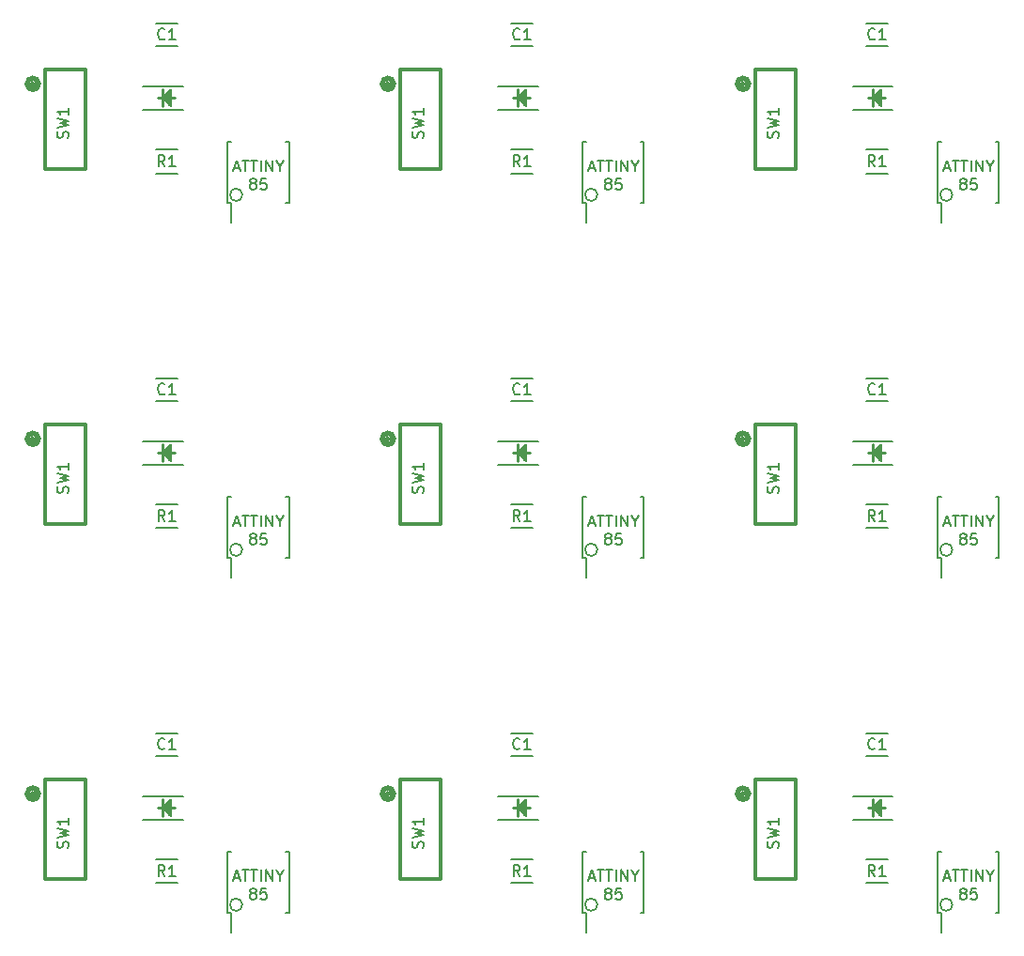
<source format=gto>
%MOIN*%
%OFA0B0*%
%FSLAX46Y46*%
%IPPOS*%
%LPD*%
%ADD10C,0.0039370078740157488*%
%ADD11C,0.011811023622047244*%
%ADD12C,0.01*%
%ADD13C,0.005905511811023622*%
%ADD14C,0.012000000000000002*%
%ADD15C,0.00984251968503937*%
%ADD16C,0.0078740157480314977*%
%ADD27C,0.0039370078740157488*%
%ADD28C,0.011811023622047244*%
%ADD29C,0.01*%
%ADD30C,0.005905511811023622*%
%ADD31C,0.012000000000000002*%
%ADD32C,0.00984251968503937*%
%ADD33C,0.0078740157480314977*%
%ADD34C,0.0039370078740157488*%
%ADD35C,0.011811023622047244*%
%ADD36C,0.01*%
%ADD37C,0.005905511811023622*%
%ADD38C,0.012000000000000002*%
%ADD39C,0.00984251968503937*%
%ADD40C,0.0078740157480314977*%
%ADD41C,0.0039370078740157488*%
%ADD42C,0.011811023622047244*%
%ADD43C,0.01*%
%ADD44C,0.005905511811023622*%
%ADD45C,0.012000000000000002*%
%ADD46C,0.00984251968503937*%
%ADD47C,0.0078740157480314977*%
%ADD48C,0.0039370078740157488*%
%ADD49C,0.011811023622047244*%
%ADD50C,0.01*%
%ADD51C,0.005905511811023622*%
%ADD52C,0.012000000000000002*%
%ADD53C,0.00984251968503937*%
%ADD54C,0.0078740157480314977*%
%ADD55C,0.0039370078740157488*%
%ADD56C,0.011811023622047244*%
%ADD57C,0.01*%
%ADD58C,0.005905511811023622*%
%ADD59C,0.012000000000000002*%
%ADD60C,0.00984251968503937*%
%ADD61C,0.0078740157480314977*%
%ADD62C,0.0039370078740157488*%
%ADD63C,0.011811023622047244*%
%ADD64C,0.01*%
%ADD65C,0.005905511811023622*%
%ADD66C,0.012000000000000002*%
%ADD67C,0.00984251968503937*%
%ADD68C,0.0078740157480314977*%
%ADD69C,0.0039370078740157488*%
%ADD70C,0.011811023622047244*%
%ADD71C,0.01*%
%ADD72C,0.005905511811023622*%
%ADD73C,0.012000000000000002*%
%ADD74C,0.00984251968503937*%
%ADD75C,0.0078740157480314977*%
%ADD76C,0.0039370078740157488*%
%ADD77C,0.011811023622047244*%
%ADD78C,0.01*%
%ADD79C,0.005905511811023622*%
%ADD80C,0.012000000000000002*%
%ADD81C,0.00984251968503937*%
%ADD82C,0.0078740157480314977*%
G01G01*
D10*
D11*
X0000181771Y0000579330D02*
G75*
G03G03X0000181771Y0000579330I-0000005000D01X0000181771Y0000579330I-0000005000D01*
G01G01*
D12*
X0000192582Y0000579330D02*
G75*
G03G03X0000192582Y0000579330I-0000015811D01X0000192582Y0000579330I-0000015811D01*
G01G01*
D13*
X0000890532Y0000280249D02*
X0000909279Y0000280249D01*
X0000886782Y0000269000D02*
X0000899905Y0000308370D01*
X0000913029Y0000269000D01*
X0000920528Y0000308370D02*
X0000943025Y0000308370D01*
X0000931776Y0000269000D02*
X0000931776Y0000308370D01*
X0000950524Y0000308370D02*
X0000973021Y0000308370D01*
X0000961773Y0000269000D02*
X0000961773Y0000308370D01*
X0000986145Y0000269000D02*
X0000986145Y0000308370D01*
X0001004892Y0000269000D02*
X0001004892Y0000308370D01*
X0001027390Y0000269000D01*
X0001027390Y0000308370D01*
X0001053636Y0000287748D02*
X0001053636Y0000269000D01*
X0001040513Y0000308370D02*
X0001053636Y0000287748D01*
X0001066760Y0000308370D01*
X0000954274Y0000226537D02*
X0000950524Y0000228412D01*
X0000948649Y0000230286D01*
X0000946775Y0000234036D01*
X0000946775Y0000235911D01*
X0000948649Y0000239660D01*
X0000950524Y0000241535D01*
X0000954274Y0000243410D01*
X0000961773Y0000243410D01*
X0000965522Y0000241535D01*
X0000967397Y0000239660D01*
X0000969272Y0000235911D01*
X0000969272Y0000234036D01*
X0000967397Y0000230286D01*
X0000965522Y0000228412D01*
X0000961773Y0000226537D01*
X0000954274Y0000226537D01*
X0000950524Y0000224662D01*
X0000948649Y0000222787D01*
X0000946775Y0000219038D01*
X0000946775Y0000211539D01*
X0000948649Y0000207789D01*
X0000950524Y0000205914D01*
X0000954274Y0000204040D01*
X0000961773Y0000204040D01*
X0000965522Y0000205914D01*
X0000967397Y0000207789D01*
X0000969272Y0000211539D01*
X0000969272Y0000219038D01*
X0000967397Y0000222787D01*
X0000965522Y0000224662D01*
X0000961773Y0000226537D01*
X0001004892Y0000243410D02*
X0000986145Y0000243410D01*
X0000984270Y0000224662D01*
X0000986145Y0000226537D01*
X0000989894Y0000228412D01*
X0000999268Y0000228412D01*
X0001003018Y0000226537D01*
X0001004892Y0000224662D01*
X0001006767Y0000220912D01*
X0001006767Y0000211539D01*
X0001004892Y0000207789D01*
X0001003018Y0000205914D01*
X0000999268Y0000204040D01*
X0000989894Y0000204040D01*
X0000986145Y0000205914D01*
X0000984270Y0000207789D01*
D12*
X0000201771Y0000579330D02*
G75*
G03G03X0000201771Y0000579330I-0000025000D01X0000201771Y0000579330I-0000025000D01*
G01G01*
D14*
X0000220668Y0000631496D02*
X0000220668Y0000277165D01*
X0000362401Y0000277165D02*
X0000220668Y0000277165D01*
X0000362401Y0000631496D02*
X0000220668Y0000631496D01*
X0000362401Y0000631496D02*
X0000362401Y0000277165D01*
D15*
X0000621771Y0000529330D02*
X0000681771Y0000529330D01*
X0000636771Y0000559330D02*
X0000636771Y0000499330D01*
D13*
X0000626771Y0000529330D02*
X0000631771Y0000529330D01*
X0000661771Y0000504330D02*
X0000666771Y0000499330D01*
X0000661771Y0000554330D02*
X0000666771Y0000559330D01*
X0000666771Y0000559330D02*
X0000666771Y0000499330D01*
X0000656771Y0000549330D02*
X0000661771Y0000554330D01*
X0000656771Y0000509330D02*
X0000661771Y0000504330D01*
X0000661771Y0000509330D02*
X0000661771Y0000504330D01*
X0000661771Y0000554330D02*
X0000661771Y0000509330D01*
X0000567125Y0000487992D02*
X0000708857Y0000487992D01*
X0000567125Y0000570669D02*
X0000708857Y0000570669D01*
X0000652834Y0000541141D02*
X0000652834Y0000517519D01*
X0000652834Y0000517519D02*
X0000641023Y0000529330D01*
X0000641023Y0000529330D02*
X0000648897Y0000537204D01*
X0000648897Y0000537204D02*
X0000648897Y0000527362D01*
X0000648897Y0000527362D02*
X0000646928Y0000529330D01*
X0000656771Y0000529330D02*
X0000676456Y0000529330D01*
X0000637086Y0000529330D02*
X0000656771Y0000549015D01*
X0000656771Y0000549015D02*
X0000656771Y0000509645D01*
X0000656771Y0000509645D02*
X0000637086Y0000529330D01*
X0000691141Y0000794685D02*
X0000612401Y0000794685D01*
X0000612401Y0000713976D02*
X0000691141Y0000713976D01*
X0000691141Y0000262007D02*
X0000612401Y0000262007D01*
X0000612401Y0000346653D02*
X0000691141Y0000346653D01*
D16*
X0000920039Y0000185590D02*
G75*
G03G03X0000920039Y0000185590I-0000022008D01X0000920039Y0000185590I-0000022008D01*
G01G01*
D13*
X0000868306Y0000156062D02*
X0000880117Y0000156062D01*
X0000868306Y0000372598D02*
X0000880117Y0000372598D01*
X0001085235Y0000372598D02*
X0001073424Y0000372598D01*
X0001085235Y0000156062D02*
X0001073424Y0000156062D01*
X0000868306Y0000156062D02*
X0000868306Y0000372598D01*
X0001085235Y0000156062D02*
X0001085235Y0000372598D01*
X0000880117Y0000156062D02*
X0000880117Y0000087165D01*
X0000300777Y0000387467D02*
X0000302652Y0000393091D01*
X0000302652Y0000402465D01*
X0000300777Y0000406214D01*
X0000298902Y0000408089D01*
X0000295153Y0000409964D01*
X0000291403Y0000409964D01*
X0000287654Y0000408089D01*
X0000285779Y0000406214D01*
X0000283904Y0000402465D01*
X0000282030Y0000394966D01*
X0000280155Y0000391216D01*
X0000278280Y0000389341D01*
X0000274530Y0000387467D01*
X0000270781Y0000387467D01*
X0000267031Y0000389341D01*
X0000265157Y0000391216D01*
X0000263282Y0000394966D01*
X0000263282Y0000404340D01*
X0000265157Y0000409964D01*
X0000263282Y0000423087D02*
X0000302652Y0000432461D01*
X0000274530Y0000439960D01*
X0000302652Y0000447459D01*
X0000263282Y0000456833D01*
X0000302652Y0000492454D02*
X0000302652Y0000469956D01*
X0000302652Y0000481205D02*
X0000263282Y0000481205D01*
X0000268906Y0000477455D01*
X0000272656Y0000473706D01*
X0000274530Y0000469956D01*
X0000645209Y0000740269D02*
X0000643334Y0000738395D01*
X0000637710Y0000736520D01*
X0000633961Y0000736520D01*
X0000628336Y0000738395D01*
X0000624587Y0000742144D01*
X0000622712Y0000745894D01*
X0000620837Y0000753393D01*
X0000620837Y0000759017D01*
X0000622712Y0000766516D01*
X0000624587Y0000770266D01*
X0000628336Y0000774015D01*
X0000633961Y0000775890D01*
X0000637710Y0000775890D01*
X0000643334Y0000774015D01*
X0000645209Y0000772140D01*
X0000682705Y0000736520D02*
X0000660207Y0000736520D01*
X0000671456Y0000736520D02*
X0000671456Y0000775890D01*
X0000667706Y0000770266D01*
X0000663957Y0000766516D01*
X0000660207Y0000764641D01*
X0000645209Y0000286520D02*
X0000632086Y0000305268D01*
X0000622712Y0000286520D02*
X0000622712Y0000325890D01*
X0000637710Y0000325890D01*
X0000641460Y0000324015D01*
X0000643334Y0000322140D01*
X0000645209Y0000318391D01*
X0000645209Y0000312767D01*
X0000643334Y0000309017D01*
X0000641460Y0000307142D01*
X0000637710Y0000305268D01*
X0000622712Y0000305268D01*
X0000682705Y0000286520D02*
X0000660207Y0000286520D01*
X0000671456Y0000286520D02*
X0000671456Y0000325890D01*
X0000667706Y0000320266D01*
X0000663957Y0000316516D01*
X0000660207Y0000314641D01*
G04 next file*
G04 #@! TF.FileFunction,Legend,Top*
G04 Gerber Fmt 4.6, Leading zero omitted, Abs format (unit mm)*
G04 Created by KiCad (PCBNEW 4.0.7) date 06/29/18 14:44:45*
G01G01*
G04 APERTURE LIST*
G04 APERTURE END LIST*
D27*
D28*
X0001441613Y0000579330D02*
G75*
G03G03X0001441613Y0000579330I-0000005000D01X0001441613Y0000579330I-0000005000D01*
G01G01*
D29*
X0001452425Y0000579330D02*
G75*
G03G03X0001452425Y0000579330I-0000015811D01X0001452425Y0000579330I-0000015811D01*
G01G01*
D30*
X0002150374Y0000280249D02*
X0002169122Y0000280249D01*
X0002146625Y0000269000D02*
X0002159748Y0000308370D01*
X0002172871Y0000269000D01*
X0002180370Y0000308370D02*
X0002202868Y0000308370D01*
X0002191619Y0000269000D02*
X0002191619Y0000308370D01*
X0002210367Y0000308370D02*
X0002232864Y0000308370D01*
X0002221615Y0000269000D02*
X0002221615Y0000308370D01*
X0002245987Y0000269000D02*
X0002245987Y0000308370D01*
X0002264735Y0000269000D02*
X0002264735Y0000308370D01*
X0002287232Y0000269000D01*
X0002287232Y0000308370D01*
X0002313479Y0000287748D02*
X0002313479Y0000269000D01*
X0002300355Y0000308370D02*
X0002313479Y0000287748D01*
X0002326602Y0000308370D01*
X0002214116Y0000226537D02*
X0002210367Y0000228412D01*
X0002208492Y0000230286D01*
X0002206617Y0000234036D01*
X0002206617Y0000235911D01*
X0002208492Y0000239660D01*
X0002210367Y0000241535D01*
X0002214116Y0000243410D01*
X0002221615Y0000243410D01*
X0002225365Y0000241535D01*
X0002227240Y0000239660D01*
X0002229114Y0000235911D01*
X0002229114Y0000234036D01*
X0002227240Y0000230286D01*
X0002225365Y0000228412D01*
X0002221615Y0000226537D01*
X0002214116Y0000226537D01*
X0002210367Y0000224662D01*
X0002208492Y0000222787D01*
X0002206617Y0000219038D01*
X0002206617Y0000211539D01*
X0002208492Y0000207789D01*
X0002210367Y0000205914D01*
X0002214116Y0000204040D01*
X0002221615Y0000204040D01*
X0002225365Y0000205914D01*
X0002227240Y0000207789D01*
X0002229114Y0000211539D01*
X0002229114Y0000219038D01*
X0002227240Y0000222787D01*
X0002225365Y0000224662D01*
X0002221615Y0000226537D01*
X0002264735Y0000243410D02*
X0002245987Y0000243410D01*
X0002244112Y0000224662D01*
X0002245987Y0000226537D01*
X0002249737Y0000228412D01*
X0002259111Y0000228412D01*
X0002262860Y0000226537D01*
X0002264735Y0000224662D01*
X0002266610Y0000220912D01*
X0002266610Y0000211539D01*
X0002264735Y0000207789D01*
X0002262860Y0000205914D01*
X0002259111Y0000204040D01*
X0002249737Y0000204040D01*
X0002245987Y0000205914D01*
X0002244112Y0000207789D01*
D29*
X0001461613Y0000579330D02*
G75*
G03G03X0001461613Y0000579330I-0000025000D01X0001461613Y0000579330I-0000025000D01*
G01G01*
D31*
X0001480511Y0000631496D02*
X0001480511Y0000277165D01*
X0001622243Y0000277165D02*
X0001480511Y0000277165D01*
X0001622243Y0000631496D02*
X0001480511Y0000631496D01*
X0001622243Y0000631496D02*
X0001622243Y0000277165D01*
D32*
X0001881613Y0000529330D02*
X0001941613Y0000529330D01*
X0001896613Y0000559330D02*
X0001896613Y0000499330D01*
D30*
X0001886613Y0000529330D02*
X0001891613Y0000529330D01*
X0001921613Y0000504330D02*
X0001926613Y0000499330D01*
X0001921613Y0000554330D02*
X0001926613Y0000559330D01*
X0001926613Y0000559330D02*
X0001926613Y0000499330D01*
X0001916613Y0000549330D02*
X0001921613Y0000554330D01*
X0001916613Y0000509330D02*
X0001921613Y0000504330D01*
X0001921613Y0000509330D02*
X0001921613Y0000504330D01*
X0001921613Y0000554330D02*
X0001921613Y0000509330D01*
X0001826968Y0000487992D02*
X0001968700Y0000487992D01*
X0001826968Y0000570669D02*
X0001968700Y0000570669D01*
X0001912676Y0000541141D02*
X0001912676Y0000517519D01*
X0001912676Y0000517519D02*
X0001900865Y0000529330D01*
X0001900865Y0000529330D02*
X0001908739Y0000537204D01*
X0001908739Y0000537204D02*
X0001908739Y0000527362D01*
X0001908739Y0000527362D02*
X0001906771Y0000529330D01*
X0001916613Y0000529330D02*
X0001936298Y0000529330D01*
X0001896928Y0000529330D02*
X0001916613Y0000549015D01*
X0001916613Y0000549015D02*
X0001916613Y0000509645D01*
X0001916613Y0000509645D02*
X0001896928Y0000529330D01*
X0001950983Y0000794685D02*
X0001872243Y0000794685D01*
X0001872243Y0000713976D02*
X0001950983Y0000713976D01*
X0001950983Y0000262007D02*
X0001872243Y0000262007D01*
X0001872243Y0000346653D02*
X0001950983Y0000346653D01*
D33*
X0002179882Y0000185590D02*
G75*
G03G03X0002179882Y0000185590I-0000022008D01X0002179882Y0000185590I-0000022008D01*
G01G01*
D30*
X0002128149Y0000156062D02*
X0002139960Y0000156062D01*
X0002128149Y0000372598D02*
X0002139960Y0000372598D01*
X0002345078Y0000372598D02*
X0002333267Y0000372598D01*
X0002345078Y0000156062D02*
X0002333267Y0000156062D01*
X0002128149Y0000156062D02*
X0002128149Y0000372598D01*
X0002345078Y0000156062D02*
X0002345078Y0000372598D01*
X0002139960Y0000156062D02*
X0002139960Y0000087165D01*
X0001560620Y0000387467D02*
X0001562495Y0000393091D01*
X0001562495Y0000402465D01*
X0001560620Y0000406214D01*
X0001558745Y0000408089D01*
X0001554995Y0000409964D01*
X0001551246Y0000409964D01*
X0001547496Y0000408089D01*
X0001545622Y0000406214D01*
X0001543747Y0000402465D01*
X0001541872Y0000394966D01*
X0001539997Y0000391216D01*
X0001538123Y0000389341D01*
X0001534373Y0000387467D01*
X0001530623Y0000387467D01*
X0001526874Y0000389341D01*
X0001524999Y0000391216D01*
X0001523124Y0000394966D01*
X0001523124Y0000404340D01*
X0001524999Y0000409964D01*
X0001523124Y0000423087D02*
X0001562495Y0000432461D01*
X0001534373Y0000439960D01*
X0001562495Y0000447459D01*
X0001523124Y0000456833D01*
X0001562495Y0000492454D02*
X0001562495Y0000469956D01*
X0001562495Y0000481205D02*
X0001523124Y0000481205D01*
X0001528749Y0000477455D01*
X0001532498Y0000473706D01*
X0001534373Y0000469956D01*
X0001905052Y0000740269D02*
X0001903177Y0000738395D01*
X0001897553Y0000736520D01*
X0001893803Y0000736520D01*
X0001888179Y0000738395D01*
X0001884429Y0000742144D01*
X0001882555Y0000745894D01*
X0001880680Y0000753393D01*
X0001880680Y0000759017D01*
X0001882555Y0000766516D01*
X0001884429Y0000770266D01*
X0001888179Y0000774015D01*
X0001893803Y0000775890D01*
X0001897553Y0000775890D01*
X0001903177Y0000774015D01*
X0001905052Y0000772140D01*
X0001942547Y0000736520D02*
X0001920050Y0000736520D01*
X0001931298Y0000736520D02*
X0001931298Y0000775890D01*
X0001927549Y0000770266D01*
X0001923799Y0000766516D01*
X0001920050Y0000764641D01*
X0001905052Y0000286520D02*
X0001891928Y0000305268D01*
X0001882555Y0000286520D02*
X0001882555Y0000325890D01*
X0001897553Y0000325890D01*
X0001901302Y0000324015D01*
X0001903177Y0000322140D01*
X0001905052Y0000318391D01*
X0001905052Y0000312767D01*
X0001903177Y0000309017D01*
X0001901302Y0000307142D01*
X0001897553Y0000305268D01*
X0001882555Y0000305268D01*
X0001942547Y0000286520D02*
X0001920050Y0000286520D01*
X0001931298Y0000286520D02*
X0001931298Y0000325890D01*
X0001927549Y0000320266D01*
X0001923799Y0000316516D01*
X0001920050Y0000314641D01*
G04 next file*
G04 #@! TF.FileFunction,Legend,Top*
G04 Gerber Fmt 4.6, Leading zero omitted, Abs format (unit mm)*
G04 Created by KiCad (PCBNEW 4.0.7) date 06/29/18 14:44:45*
G01G01*
G04 APERTURE LIST*
G04 APERTURE END LIST*
D34*
D35*
X0002701456Y0000579330D02*
G75*
G03G03X0002701456Y0000579330I-0000005000D01X0002701456Y0000579330I-0000005000D01*
G01G01*
D36*
X0002712268Y0000579330D02*
G75*
G03G03X0002712268Y0000579330I-0000015811D01X0002712268Y0000579330I-0000015811D01*
G01G01*
D37*
X0003410217Y0000280249D02*
X0003428965Y0000280249D01*
X0003406467Y0000269000D02*
X0003419591Y0000308370D01*
X0003432714Y0000269000D01*
X0003440213Y0000308370D02*
X0003462710Y0000308370D01*
X0003451462Y0000269000D02*
X0003451462Y0000308370D01*
X0003470210Y0000308370D02*
X0003492707Y0000308370D01*
X0003481458Y0000269000D02*
X0003481458Y0000308370D01*
X0003505830Y0000269000D02*
X0003505830Y0000308370D01*
X0003524578Y0000269000D02*
X0003524578Y0000308370D01*
X0003547075Y0000269000D01*
X0003547075Y0000308370D01*
X0003573322Y0000287748D02*
X0003573322Y0000269000D01*
X0003560198Y0000308370D02*
X0003573322Y0000287748D01*
X0003586445Y0000308370D01*
X0003473959Y0000226537D02*
X0003470209Y0000228412D01*
X0003468335Y0000230286D01*
X0003466460Y0000234036D01*
X0003466460Y0000235911D01*
X0003468335Y0000239660D01*
X0003470209Y0000241535D01*
X0003473959Y0000243410D01*
X0003481458Y0000243410D01*
X0003485208Y0000241535D01*
X0003487082Y0000239660D01*
X0003488957Y0000235911D01*
X0003488957Y0000234036D01*
X0003487082Y0000230286D01*
X0003485208Y0000228412D01*
X0003481458Y0000226537D01*
X0003473959Y0000226537D01*
X0003470209Y0000224662D01*
X0003468335Y0000222787D01*
X0003466460Y0000219038D01*
X0003466460Y0000211539D01*
X0003468335Y0000207789D01*
X0003470209Y0000205914D01*
X0003473959Y0000204040D01*
X0003481458Y0000204040D01*
X0003485208Y0000205914D01*
X0003487082Y0000207789D01*
X0003488957Y0000211539D01*
X0003488957Y0000219038D01*
X0003487082Y0000222787D01*
X0003485208Y0000224662D01*
X0003481458Y0000226537D01*
X0003524578Y0000243410D02*
X0003505830Y0000243410D01*
X0003503955Y0000224662D01*
X0003505830Y0000226537D01*
X0003509580Y0000228412D01*
X0003518953Y0000228412D01*
X0003522703Y0000226537D01*
X0003524578Y0000224662D01*
X0003526452Y0000220912D01*
X0003526452Y0000211539D01*
X0003524578Y0000207789D01*
X0003522703Y0000205914D01*
X0003518953Y0000204040D01*
X0003509580Y0000204040D01*
X0003505830Y0000205914D01*
X0003503955Y0000207789D01*
D36*
X0002721456Y0000579330D02*
G75*
G03G03X0002721456Y0000579330I-0000025000D01X0002721456Y0000579330I-0000025000D01*
G01G01*
D38*
X0002740354Y0000631496D02*
X0002740354Y0000277165D01*
X0002882086Y0000277165D02*
X0002740354Y0000277165D01*
X0002882086Y0000631496D02*
X0002740354Y0000631496D01*
X0002882086Y0000631496D02*
X0002882086Y0000277165D01*
D39*
X0003141456Y0000529330D02*
X0003201456Y0000529330D01*
X0003156456Y0000559330D02*
X0003156456Y0000499330D01*
D37*
X0003146456Y0000529330D02*
X0003151456Y0000529330D01*
X0003181456Y0000504330D02*
X0003186456Y0000499330D01*
X0003181456Y0000554330D02*
X0003186456Y0000559330D01*
X0003186456Y0000559330D02*
X0003186456Y0000499330D01*
X0003176456Y0000549330D02*
X0003181456Y0000554330D01*
X0003176456Y0000509330D02*
X0003181456Y0000504330D01*
X0003181456Y0000509330D02*
X0003181456Y0000504330D01*
X0003181456Y0000554330D02*
X0003181456Y0000509330D01*
X0003086811Y0000487992D02*
X0003228543Y0000487992D01*
X0003086811Y0000570669D02*
X0003228543Y0000570669D01*
X0003172519Y0000541141D02*
X0003172519Y0000517519D01*
X0003172519Y0000517519D02*
X0003160708Y0000529330D01*
X0003160708Y0000529330D02*
X0003168582Y0000537204D01*
X0003168582Y0000537204D02*
X0003168582Y0000527362D01*
X0003168582Y0000527362D02*
X0003166614Y0000529330D01*
X0003176456Y0000529330D02*
X0003196141Y0000529330D01*
X0003156771Y0000529330D02*
X0003176456Y0000549015D01*
X0003176456Y0000549015D02*
X0003176456Y0000509645D01*
X0003176456Y0000509645D02*
X0003156771Y0000529330D01*
X0003210826Y0000794685D02*
X0003132086Y0000794685D01*
X0003132086Y0000713976D02*
X0003210826Y0000713976D01*
X0003210826Y0000262007D02*
X0003132086Y0000262007D01*
X0003132086Y0000346653D02*
X0003210826Y0000346653D01*
D40*
X0003439725Y0000185590D02*
G75*
G03G03X0003439725Y0000185590I-0000022008D01X0003439725Y0000185590I-0000022008D01*
G01G01*
D37*
X0003387992Y0000156062D02*
X0003399803Y0000156062D01*
X0003387992Y0000372598D02*
X0003399803Y0000372598D01*
X0003604921Y0000372598D02*
X0003593110Y0000372598D01*
X0003604921Y0000156062D02*
X0003593110Y0000156062D01*
X0003387992Y0000156062D02*
X0003387992Y0000372598D01*
X0003604921Y0000156062D02*
X0003604921Y0000372598D01*
X0003399803Y0000156062D02*
X0003399803Y0000087165D01*
X0002820463Y0000387467D02*
X0002822337Y0000393091D01*
X0002822337Y0000402465D01*
X0002820463Y0000406214D01*
X0002818588Y0000408089D01*
X0002814838Y0000409964D01*
X0002811089Y0000409964D01*
X0002807339Y0000408089D01*
X0002805464Y0000406214D01*
X0002803590Y0000402465D01*
X0002801715Y0000394966D01*
X0002799840Y0000391216D01*
X0002797965Y0000389341D01*
X0002794216Y0000387467D01*
X0002790466Y0000387467D01*
X0002786717Y0000389341D01*
X0002784842Y0000391216D01*
X0002782967Y0000394966D01*
X0002782967Y0000404340D01*
X0002784842Y0000409964D01*
X0002782967Y0000423087D02*
X0002822337Y0000432461D01*
X0002794216Y0000439960D01*
X0002822337Y0000447459D01*
X0002782967Y0000456833D01*
X0002822337Y0000492454D02*
X0002822337Y0000469956D01*
X0002822337Y0000481205D02*
X0002782967Y0000481205D01*
X0002788592Y0000477455D01*
X0002792341Y0000473706D01*
X0002794216Y0000469956D01*
X0003164895Y0000740269D02*
X0003163020Y0000738395D01*
X0003157395Y0000736520D01*
X0003153646Y0000736520D01*
X0003148022Y0000738395D01*
X0003144272Y0000742144D01*
X0003142397Y0000745894D01*
X0003140523Y0000753393D01*
X0003140523Y0000759017D01*
X0003142397Y0000766516D01*
X0003144272Y0000770266D01*
X0003148022Y0000774015D01*
X0003153646Y0000775890D01*
X0003157395Y0000775890D01*
X0003163020Y0000774015D01*
X0003164895Y0000772140D01*
X0003202390Y0000736520D02*
X0003179893Y0000736520D01*
X0003191141Y0000736520D02*
X0003191141Y0000775890D01*
X0003187392Y0000770266D01*
X0003183642Y0000766516D01*
X0003179893Y0000764641D01*
X0003164895Y0000286520D02*
X0003151771Y0000305268D01*
X0003142397Y0000286520D02*
X0003142397Y0000325890D01*
X0003157395Y0000325890D01*
X0003161145Y0000324015D01*
X0003163020Y0000322140D01*
X0003164895Y0000318391D01*
X0003164895Y0000312767D01*
X0003163020Y0000309017D01*
X0003161145Y0000307142D01*
X0003157395Y0000305268D01*
X0003142397Y0000305268D01*
X0003202390Y0000286520D02*
X0003179893Y0000286520D01*
X0003191141Y0000286520D02*
X0003191141Y0000325890D01*
X0003187392Y0000320266D01*
X0003183642Y0000316516D01*
X0003179893Y0000314641D01*
G04 next file*
G04 #@! TF.FileFunction,Legend,Top*
G04 Gerber Fmt 4.6, Leading zero omitted, Abs format (unit mm)*
G04 Created by KiCad (PCBNEW 4.0.7) date 06/29/18 14:44:45*
G01G01*
G04 APERTURE LIST*
G04 APERTURE END LIST*
D41*
D42*
X0000181771Y0001839173D02*
G75*
G03G03X0000181771Y0001839173I-0000005000D01X0000181771Y0001839173I-0000005000D01*
G01G01*
D43*
X0000192582Y0001839173D02*
G75*
G03G03X0000192582Y0001839173I-0000015811D01X0000192582Y0001839173I-0000015811D01*
G01G01*
D44*
X0000890532Y0001540091D02*
X0000909279Y0001540091D01*
X0000886782Y0001528843D02*
X0000899905Y0001568213D01*
X0000913029Y0001528843D01*
X0000920528Y0001568213D02*
X0000943025Y0001568213D01*
X0000931776Y0001528843D02*
X0000931776Y0001568213D01*
X0000950524Y0001568213D02*
X0000973021Y0001568213D01*
X0000961773Y0001528843D02*
X0000961773Y0001568213D01*
X0000986145Y0001528843D02*
X0000986145Y0001568213D01*
X0001004892Y0001528843D02*
X0001004892Y0001568213D01*
X0001027390Y0001528843D01*
X0001027390Y0001568213D01*
X0001053636Y0001547590D02*
X0001053636Y0001528843D01*
X0001040513Y0001568213D02*
X0001053636Y0001547590D01*
X0001066760Y0001568213D01*
X0000954274Y0001486379D02*
X0000950524Y0001488254D01*
X0000948649Y0001490129D01*
X0000946775Y0001493878D01*
X0000946775Y0001495753D01*
X0000948649Y0001499503D01*
X0000950524Y0001501377D01*
X0000954274Y0001503252D01*
X0000961773Y0001503252D01*
X0000965522Y0001501377D01*
X0000967397Y0001499503D01*
X0000969272Y0001495753D01*
X0000969272Y0001493878D01*
X0000967397Y0001490129D01*
X0000965522Y0001488254D01*
X0000961773Y0001486379D01*
X0000954274Y0001486379D01*
X0000950524Y0001484505D01*
X0000948649Y0001482630D01*
X0000946775Y0001478880D01*
X0000946775Y0001471381D01*
X0000948649Y0001467632D01*
X0000950524Y0001465757D01*
X0000954274Y0001463882D01*
X0000961773Y0001463882D01*
X0000965522Y0001465757D01*
X0000967397Y0001467632D01*
X0000969272Y0001471381D01*
X0000969272Y0001478880D01*
X0000967397Y0001482630D01*
X0000965522Y0001484505D01*
X0000961773Y0001486379D01*
X0001004892Y0001503252D02*
X0000986145Y0001503252D01*
X0000984270Y0001484505D01*
X0000986145Y0001486379D01*
X0000989894Y0001488254D01*
X0000999268Y0001488254D01*
X0001003018Y0001486379D01*
X0001004892Y0001484505D01*
X0001006767Y0001480755D01*
X0001006767Y0001471381D01*
X0001004892Y0001467632D01*
X0001003018Y0001465757D01*
X0000999268Y0001463882D01*
X0000989894Y0001463882D01*
X0000986145Y0001465757D01*
X0000984270Y0001467632D01*
D43*
X0000201771Y0001839173D02*
G75*
G03G03X0000201771Y0001839173I-0000025000D01X0000201771Y0001839173I-0000025000D01*
G01G01*
D45*
X0000220668Y0001891338D02*
X0000220668Y0001537007D01*
X0000362401Y0001537007D02*
X0000220668Y0001537007D01*
X0000362401Y0001891338D02*
X0000220668Y0001891338D01*
X0000362401Y0001891338D02*
X0000362401Y0001537007D01*
D46*
X0000621771Y0001789173D02*
X0000681771Y0001789173D01*
X0000636771Y0001819173D02*
X0000636771Y0001759173D01*
D44*
X0000626771Y0001789173D02*
X0000631771Y0001789173D01*
X0000661771Y0001764173D02*
X0000666771Y0001759173D01*
X0000661771Y0001814173D02*
X0000666771Y0001819173D01*
X0000666771Y0001819173D02*
X0000666771Y0001759173D01*
X0000656771Y0001809173D02*
X0000661771Y0001814173D01*
X0000656771Y0001769173D02*
X0000661771Y0001764173D01*
X0000661771Y0001769173D02*
X0000661771Y0001764173D01*
X0000661771Y0001814173D02*
X0000661771Y0001769173D01*
X0000567125Y0001747834D02*
X0000708857Y0001747834D01*
X0000567125Y0001830511D02*
X0000708857Y0001830511D01*
X0000652834Y0001800984D02*
X0000652834Y0001777362D01*
X0000652834Y0001777362D02*
X0000641023Y0001789173D01*
X0000641023Y0001789173D02*
X0000648897Y0001797047D01*
X0000648897Y0001797047D02*
X0000648897Y0001787204D01*
X0000648897Y0001787204D02*
X0000646928Y0001789173D01*
X0000656771Y0001789173D02*
X0000676456Y0001789173D01*
X0000637086Y0001789173D02*
X0000656771Y0001808858D01*
X0000656771Y0001808858D02*
X0000656771Y0001769488D01*
X0000656771Y0001769488D02*
X0000637086Y0001789173D01*
X0000691141Y0002054527D02*
X0000612401Y0002054527D01*
X0000612401Y0001973818D02*
X0000691141Y0001973818D01*
X0000691141Y0001521850D02*
X0000612401Y0001521850D01*
X0000612401Y0001606496D02*
X0000691141Y0001606496D01*
D47*
X0000920039Y0001445433D02*
G75*
G03G03X0000920039Y0001445433I-0000022008D01X0000920039Y0001445433I-0000022008D01*
G01G01*
D44*
X0000868306Y0001415905D02*
X0000880117Y0001415905D01*
X0000868306Y0001632440D02*
X0000880117Y0001632440D01*
X0001085235Y0001632440D02*
X0001073424Y0001632440D01*
X0001085235Y0001415905D02*
X0001073424Y0001415905D01*
X0000868306Y0001415905D02*
X0000868306Y0001632440D01*
X0001085235Y0001415905D02*
X0001085235Y0001632440D01*
X0000880117Y0001415905D02*
X0000880117Y0001347007D01*
X0000300777Y0001647309D02*
X0000302652Y0001652933D01*
X0000302652Y0001662307D01*
X0000300777Y0001666057D01*
X0000298902Y0001667932D01*
X0000295153Y0001669806D01*
X0000291403Y0001669806D01*
X0000287654Y0001667932D01*
X0000285779Y0001666057D01*
X0000283904Y0001662307D01*
X0000282030Y0001654808D01*
X0000280155Y0001651059D01*
X0000278280Y0001649184D01*
X0000274530Y0001647309D01*
X0000270781Y0001647309D01*
X0000267031Y0001649184D01*
X0000265157Y0001651059D01*
X0000263282Y0001654808D01*
X0000263282Y0001664182D01*
X0000265157Y0001669806D01*
X0000263282Y0001682930D02*
X0000302652Y0001692304D01*
X0000274530Y0001699803D01*
X0000302652Y0001707302D01*
X0000263282Y0001716676D01*
X0000302652Y0001752296D02*
X0000302652Y0001729799D01*
X0000302652Y0001741047D02*
X0000263282Y0001741047D01*
X0000268906Y0001737298D01*
X0000272656Y0001733548D01*
X0000274530Y0001729799D01*
X0000645209Y0002000112D02*
X0000643334Y0001998237D01*
X0000637710Y0001996362D01*
X0000633961Y0001996362D01*
X0000628336Y0001998237D01*
X0000624587Y0002001987D01*
X0000622712Y0002005736D01*
X0000620837Y0002013235D01*
X0000620837Y0002018860D01*
X0000622712Y0002026359D01*
X0000624587Y0002030108D01*
X0000628336Y0002033858D01*
X0000633961Y0002035732D01*
X0000637710Y0002035732D01*
X0000643334Y0002033858D01*
X0000645209Y0002031983D01*
X0000682705Y0001996362D02*
X0000660207Y0001996362D01*
X0000671456Y0001996362D02*
X0000671456Y0002035732D01*
X0000667706Y0002030108D01*
X0000663957Y0002026359D01*
X0000660207Y0002024484D01*
X0000645209Y0001546362D02*
X0000632086Y0001565110D01*
X0000622712Y0001546362D02*
X0000622712Y0001585733D01*
X0000637710Y0001585733D01*
X0000641460Y0001583858D01*
X0000643334Y0001581983D01*
X0000645209Y0001578233D01*
X0000645209Y0001572609D01*
X0000643334Y0001568860D01*
X0000641460Y0001566985D01*
X0000637710Y0001565110D01*
X0000622712Y0001565110D01*
X0000682705Y0001546362D02*
X0000660207Y0001546362D01*
X0000671456Y0001546362D02*
X0000671456Y0001585733D01*
X0000667706Y0001580108D01*
X0000663957Y0001576359D01*
X0000660207Y0001574484D01*
G04 next file*
G04 #@! TF.FileFunction,Legend,Top*
G04 Gerber Fmt 4.6, Leading zero omitted, Abs format (unit mm)*
G04 Created by KiCad (PCBNEW 4.0.7) date 06/29/18 14:44:45*
G01G01*
G04 APERTURE LIST*
G04 APERTURE END LIST*
D48*
D49*
X0000181771Y0003099015D02*
G75*
G03G03X0000181771Y0003099015I-0000005000D01X0000181771Y0003099015I-0000005000D01*
G01G01*
D50*
X0000192582Y0003099015D02*
G75*
G03G03X0000192582Y0003099015I-0000015811D01X0000192582Y0003099015I-0000015811D01*
G01G01*
D51*
X0000890532Y0002799934D02*
X0000909279Y0002799934D01*
X0000886782Y0002788685D02*
X0000899905Y0002828055D01*
X0000913029Y0002788685D01*
X0000920528Y0002828055D02*
X0000943025Y0002828055D01*
X0000931776Y0002788685D02*
X0000931776Y0002828055D01*
X0000950524Y0002828055D02*
X0000973021Y0002828055D01*
X0000961773Y0002788685D02*
X0000961773Y0002828055D01*
X0000986145Y0002788685D02*
X0000986145Y0002828055D01*
X0001004892Y0002788685D02*
X0001004892Y0002828055D01*
X0001027390Y0002788685D01*
X0001027390Y0002828055D01*
X0001053636Y0002807433D02*
X0001053636Y0002788685D01*
X0001040513Y0002828055D02*
X0001053636Y0002807433D01*
X0001066760Y0002828055D01*
X0000954274Y0002746222D02*
X0000950524Y0002748097D01*
X0000948649Y0002749971D01*
X0000946775Y0002753721D01*
X0000946775Y0002755596D01*
X0000948649Y0002759345D01*
X0000950524Y0002761220D01*
X0000954274Y0002763095D01*
X0000961773Y0002763095D01*
X0000965522Y0002761220D01*
X0000967397Y0002759345D01*
X0000969272Y0002755596D01*
X0000969272Y0002753721D01*
X0000967397Y0002749971D01*
X0000965522Y0002748097D01*
X0000961773Y0002746222D01*
X0000954274Y0002746222D01*
X0000950524Y0002744347D01*
X0000948649Y0002742472D01*
X0000946775Y0002738723D01*
X0000946775Y0002731224D01*
X0000948649Y0002727474D01*
X0000950524Y0002725599D01*
X0000954274Y0002723725D01*
X0000961773Y0002723725D01*
X0000965522Y0002725599D01*
X0000967397Y0002727474D01*
X0000969272Y0002731224D01*
X0000969272Y0002738723D01*
X0000967397Y0002742472D01*
X0000965522Y0002744347D01*
X0000961773Y0002746222D01*
X0001004892Y0002763095D02*
X0000986145Y0002763095D01*
X0000984270Y0002744347D01*
X0000986145Y0002746222D01*
X0000989894Y0002748097D01*
X0000999268Y0002748097D01*
X0001003018Y0002746222D01*
X0001004892Y0002744347D01*
X0001006767Y0002740598D01*
X0001006767Y0002731224D01*
X0001004892Y0002727474D01*
X0001003018Y0002725599D01*
X0000999268Y0002723725D01*
X0000989894Y0002723725D01*
X0000986145Y0002725599D01*
X0000984270Y0002727474D01*
D50*
X0000201771Y0003099015D02*
G75*
G03G03X0000201771Y0003099015I-0000025000D01X0000201771Y0003099015I-0000025000D01*
G01G01*
D52*
X0000220668Y0003151181D02*
X0000220668Y0002796850D01*
X0000362401Y0002796850D02*
X0000220668Y0002796850D01*
X0000362401Y0003151181D02*
X0000220668Y0003151181D01*
X0000362401Y0003151181D02*
X0000362401Y0002796850D01*
D53*
X0000621771Y0003049015D02*
X0000681771Y0003049015D01*
X0000636771Y0003079015D02*
X0000636771Y0003019015D01*
D51*
X0000626771Y0003049015D02*
X0000631771Y0003049015D01*
X0000661771Y0003024015D02*
X0000666771Y0003019015D01*
X0000661771Y0003074015D02*
X0000666771Y0003079015D01*
X0000666771Y0003079015D02*
X0000666771Y0003019015D01*
X0000656771Y0003069015D02*
X0000661771Y0003074015D01*
X0000656771Y0003029015D02*
X0000661771Y0003024015D01*
X0000661771Y0003029015D02*
X0000661771Y0003024015D01*
X0000661771Y0003074015D02*
X0000661771Y0003029015D01*
X0000567125Y0003007677D02*
X0000708857Y0003007677D01*
X0000567125Y0003090354D02*
X0000708857Y0003090354D01*
X0000652834Y0003060826D02*
X0000652834Y0003037204D01*
X0000652834Y0003037204D02*
X0000641023Y0003049015D01*
X0000641023Y0003049015D02*
X0000648897Y0003056889D01*
X0000648897Y0003056889D02*
X0000648897Y0003047047D01*
X0000648897Y0003047047D02*
X0000646928Y0003049015D01*
X0000656771Y0003049015D02*
X0000676456Y0003049015D01*
X0000637086Y0003049015D02*
X0000656771Y0003068700D01*
X0000656771Y0003068700D02*
X0000656771Y0003029330D01*
X0000656771Y0003029330D02*
X0000637086Y0003049015D01*
X0000691141Y0003314370D02*
X0000612401Y0003314370D01*
X0000612401Y0003233661D02*
X0000691141Y0003233661D01*
X0000691141Y0002781692D02*
X0000612401Y0002781692D01*
X0000612401Y0002866338D02*
X0000691141Y0002866338D01*
D54*
X0000920039Y0002705275D02*
G75*
G03G03X0000920039Y0002705275I-0000022008D01X0000920039Y0002705275I-0000022008D01*
G01G01*
D51*
X0000868306Y0002675748D02*
X0000880117Y0002675748D01*
X0000868306Y0002892283D02*
X0000880117Y0002892283D01*
X0001085235Y0002892283D02*
X0001073424Y0002892283D01*
X0001085235Y0002675748D02*
X0001073424Y0002675748D01*
X0000868306Y0002675748D02*
X0000868306Y0002892283D01*
X0001085235Y0002675748D02*
X0001085235Y0002892283D01*
X0000880117Y0002675748D02*
X0000880117Y0002606850D01*
X0000300777Y0002907152D02*
X0000302652Y0002912776D01*
X0000302652Y0002922150D01*
X0000300777Y0002925899D01*
X0000298902Y0002927774D01*
X0000295153Y0002929649D01*
X0000291403Y0002929649D01*
X0000287654Y0002927774D01*
X0000285779Y0002925899D01*
X0000283904Y0002922150D01*
X0000282030Y0002914651D01*
X0000280155Y0002910901D01*
X0000278280Y0002909027D01*
X0000274530Y0002907152D01*
X0000270781Y0002907152D01*
X0000267031Y0002909027D01*
X0000265157Y0002910901D01*
X0000263282Y0002914651D01*
X0000263282Y0002924025D01*
X0000265157Y0002929649D01*
X0000263282Y0002942772D02*
X0000302652Y0002952146D01*
X0000274530Y0002959645D01*
X0000302652Y0002967144D01*
X0000263282Y0002976518D01*
X0000302652Y0003012139D02*
X0000302652Y0002989641D01*
X0000302652Y0003000890D02*
X0000263282Y0003000890D01*
X0000268906Y0002997140D01*
X0000272656Y0002993391D01*
X0000274530Y0002989641D01*
X0000645209Y0003259955D02*
X0000643334Y0003258080D01*
X0000637710Y0003256205D01*
X0000633961Y0003256205D01*
X0000628336Y0003258080D01*
X0000624587Y0003261829D01*
X0000622712Y0003265579D01*
X0000620837Y0003273078D01*
X0000620837Y0003278702D01*
X0000622712Y0003286201D01*
X0000624587Y0003289951D01*
X0000628336Y0003293700D01*
X0000633961Y0003295575D01*
X0000637710Y0003295575D01*
X0000643334Y0003293700D01*
X0000645209Y0003291826D01*
X0000682705Y0003256205D02*
X0000660207Y0003256205D01*
X0000671456Y0003256205D02*
X0000671456Y0003295575D01*
X0000667706Y0003289951D01*
X0000663957Y0003286201D01*
X0000660207Y0003284326D01*
X0000645209Y0002806205D02*
X0000632086Y0002824953D01*
X0000622712Y0002806205D02*
X0000622712Y0002845575D01*
X0000637710Y0002845575D01*
X0000641460Y0002843700D01*
X0000643334Y0002841826D01*
X0000645209Y0002838076D01*
X0000645209Y0002832452D01*
X0000643334Y0002828702D01*
X0000641460Y0002826827D01*
X0000637710Y0002824953D01*
X0000622712Y0002824953D01*
X0000682705Y0002806205D02*
X0000660207Y0002806205D01*
X0000671456Y0002806205D02*
X0000671456Y0002845575D01*
X0000667706Y0002839951D01*
X0000663957Y0002836201D01*
X0000660207Y0002834326D01*
G04 next file*
G04 #@! TF.FileFunction,Legend,Top*
G04 Gerber Fmt 4.6, Leading zero omitted, Abs format (unit mm)*
G04 Created by KiCad (PCBNEW 4.0.7) date 06/29/18 14:44:45*
G01G01*
G04 APERTURE LIST*
G04 APERTURE END LIST*
D55*
D56*
X0001441613Y0001839173D02*
G75*
G03G03X0001441613Y0001839173I-0000005000D01X0001441613Y0001839173I-0000005000D01*
G01G01*
D57*
X0001452425Y0001839173D02*
G75*
G03G03X0001452425Y0001839173I-0000015811D01X0001452425Y0001839173I-0000015811D01*
G01G01*
D58*
X0002150374Y0001540091D02*
X0002169122Y0001540091D01*
X0002146625Y0001528843D02*
X0002159748Y0001568213D01*
X0002172871Y0001528843D01*
X0002180370Y0001568213D02*
X0002202868Y0001568213D01*
X0002191619Y0001528843D02*
X0002191619Y0001568213D01*
X0002210367Y0001568213D02*
X0002232864Y0001568213D01*
X0002221615Y0001528843D02*
X0002221615Y0001568213D01*
X0002245987Y0001528843D02*
X0002245987Y0001568213D01*
X0002264735Y0001528843D02*
X0002264735Y0001568213D01*
X0002287232Y0001528843D01*
X0002287232Y0001568213D01*
X0002313479Y0001547590D02*
X0002313479Y0001528843D01*
X0002300355Y0001568213D02*
X0002313479Y0001547590D01*
X0002326602Y0001568213D01*
X0002214116Y0001486379D02*
X0002210367Y0001488254D01*
X0002208492Y0001490129D01*
X0002206617Y0001493878D01*
X0002206617Y0001495753D01*
X0002208492Y0001499503D01*
X0002210367Y0001501377D01*
X0002214116Y0001503252D01*
X0002221615Y0001503252D01*
X0002225365Y0001501377D01*
X0002227240Y0001499503D01*
X0002229114Y0001495753D01*
X0002229114Y0001493878D01*
X0002227240Y0001490129D01*
X0002225365Y0001488254D01*
X0002221615Y0001486379D01*
X0002214116Y0001486379D01*
X0002210367Y0001484505D01*
X0002208492Y0001482630D01*
X0002206617Y0001478880D01*
X0002206617Y0001471381D01*
X0002208492Y0001467632D01*
X0002210367Y0001465757D01*
X0002214116Y0001463882D01*
X0002221615Y0001463882D01*
X0002225365Y0001465757D01*
X0002227240Y0001467632D01*
X0002229114Y0001471381D01*
X0002229114Y0001478880D01*
X0002227240Y0001482630D01*
X0002225365Y0001484505D01*
X0002221615Y0001486379D01*
X0002264735Y0001503252D02*
X0002245987Y0001503252D01*
X0002244112Y0001484505D01*
X0002245987Y0001486379D01*
X0002249737Y0001488254D01*
X0002259111Y0001488254D01*
X0002262860Y0001486379D01*
X0002264735Y0001484505D01*
X0002266610Y0001480755D01*
X0002266610Y0001471381D01*
X0002264735Y0001467632D01*
X0002262860Y0001465757D01*
X0002259111Y0001463882D01*
X0002249737Y0001463882D01*
X0002245987Y0001465757D01*
X0002244112Y0001467632D01*
D57*
X0001461613Y0001839173D02*
G75*
G03G03X0001461613Y0001839173I-0000025000D01X0001461613Y0001839173I-0000025000D01*
G01G01*
D59*
X0001480511Y0001891338D02*
X0001480511Y0001537007D01*
X0001622243Y0001537007D02*
X0001480511Y0001537007D01*
X0001622243Y0001891338D02*
X0001480511Y0001891338D01*
X0001622243Y0001891338D02*
X0001622243Y0001537007D01*
D60*
X0001881613Y0001789173D02*
X0001941613Y0001789173D01*
X0001896613Y0001819173D02*
X0001896613Y0001759173D01*
D58*
X0001886613Y0001789173D02*
X0001891613Y0001789173D01*
X0001921613Y0001764173D02*
X0001926613Y0001759173D01*
X0001921613Y0001814173D02*
X0001926613Y0001819173D01*
X0001926613Y0001819173D02*
X0001926613Y0001759173D01*
X0001916613Y0001809173D02*
X0001921613Y0001814173D01*
X0001916613Y0001769173D02*
X0001921613Y0001764173D01*
X0001921613Y0001769173D02*
X0001921613Y0001764173D01*
X0001921613Y0001814173D02*
X0001921613Y0001769173D01*
X0001826968Y0001747834D02*
X0001968700Y0001747834D01*
X0001826968Y0001830511D02*
X0001968700Y0001830511D01*
X0001912676Y0001800984D02*
X0001912676Y0001777362D01*
X0001912676Y0001777362D02*
X0001900865Y0001789173D01*
X0001900865Y0001789173D02*
X0001908739Y0001797047D01*
X0001908739Y0001797047D02*
X0001908739Y0001787204D01*
X0001908739Y0001787204D02*
X0001906771Y0001789173D01*
X0001916613Y0001789173D02*
X0001936298Y0001789173D01*
X0001896928Y0001789173D02*
X0001916613Y0001808858D01*
X0001916613Y0001808858D02*
X0001916613Y0001769488D01*
X0001916613Y0001769488D02*
X0001896928Y0001789173D01*
X0001950983Y0002054527D02*
X0001872243Y0002054527D01*
X0001872243Y0001973818D02*
X0001950983Y0001973818D01*
X0001950983Y0001521850D02*
X0001872243Y0001521850D01*
X0001872243Y0001606496D02*
X0001950983Y0001606496D01*
D61*
X0002179882Y0001445433D02*
G75*
G03G03X0002179882Y0001445433I-0000022008D01X0002179882Y0001445433I-0000022008D01*
G01G01*
D58*
X0002128149Y0001415905D02*
X0002139960Y0001415905D01*
X0002128149Y0001632440D02*
X0002139960Y0001632440D01*
X0002345078Y0001632440D02*
X0002333267Y0001632440D01*
X0002345078Y0001415905D02*
X0002333267Y0001415905D01*
X0002128149Y0001415905D02*
X0002128149Y0001632440D01*
X0002345078Y0001415905D02*
X0002345078Y0001632440D01*
X0002139960Y0001415905D02*
X0002139960Y0001347007D01*
X0001560620Y0001647309D02*
X0001562495Y0001652933D01*
X0001562495Y0001662307D01*
X0001560620Y0001666057D01*
X0001558745Y0001667932D01*
X0001554995Y0001669806D01*
X0001551246Y0001669806D01*
X0001547496Y0001667932D01*
X0001545622Y0001666057D01*
X0001543747Y0001662307D01*
X0001541872Y0001654808D01*
X0001539997Y0001651059D01*
X0001538123Y0001649184D01*
X0001534373Y0001647309D01*
X0001530623Y0001647309D01*
X0001526874Y0001649184D01*
X0001524999Y0001651059D01*
X0001523124Y0001654808D01*
X0001523124Y0001664182D01*
X0001524999Y0001669806D01*
X0001523124Y0001682930D02*
X0001562495Y0001692304D01*
X0001534373Y0001699803D01*
X0001562495Y0001707302D01*
X0001523124Y0001716676D01*
X0001562495Y0001752296D02*
X0001562495Y0001729799D01*
X0001562495Y0001741047D02*
X0001523124Y0001741047D01*
X0001528749Y0001737298D01*
X0001532498Y0001733548D01*
X0001534373Y0001729799D01*
X0001905052Y0002000112D02*
X0001903177Y0001998237D01*
X0001897553Y0001996362D01*
X0001893803Y0001996362D01*
X0001888179Y0001998237D01*
X0001884429Y0002001987D01*
X0001882555Y0002005736D01*
X0001880680Y0002013235D01*
X0001880680Y0002018860D01*
X0001882555Y0002026359D01*
X0001884429Y0002030108D01*
X0001888179Y0002033858D01*
X0001893803Y0002035732D01*
X0001897553Y0002035732D01*
X0001903177Y0002033858D01*
X0001905052Y0002031983D01*
X0001942547Y0001996362D02*
X0001920050Y0001996362D01*
X0001931298Y0001996362D02*
X0001931298Y0002035732D01*
X0001927549Y0002030108D01*
X0001923799Y0002026359D01*
X0001920050Y0002024484D01*
X0001905052Y0001546362D02*
X0001891928Y0001565110D01*
X0001882555Y0001546362D02*
X0001882555Y0001585733D01*
X0001897553Y0001585733D01*
X0001901302Y0001583858D01*
X0001903177Y0001581983D01*
X0001905052Y0001578233D01*
X0001905052Y0001572609D01*
X0001903177Y0001568860D01*
X0001901302Y0001566985D01*
X0001897553Y0001565110D01*
X0001882555Y0001565110D01*
X0001942547Y0001546362D02*
X0001920050Y0001546362D01*
X0001931298Y0001546362D02*
X0001931298Y0001585733D01*
X0001927549Y0001580108D01*
X0001923799Y0001576359D01*
X0001920050Y0001574484D01*
G04 next file*
G04 #@! TF.FileFunction,Legend,Top*
G04 Gerber Fmt 4.6, Leading zero omitted, Abs format (unit mm)*
G04 Created by KiCad (PCBNEW 4.0.7) date 06/29/18 14:44:45*
G01G01*
G04 APERTURE LIST*
G04 APERTURE END LIST*
D62*
D63*
X0002701456Y0001839173D02*
G75*
G03G03X0002701456Y0001839173I-0000005000D01X0002701456Y0001839173I-0000005000D01*
G01G01*
D64*
X0002712268Y0001839173D02*
G75*
G03G03X0002712268Y0001839173I-0000015811D01X0002712268Y0001839173I-0000015811D01*
G01G01*
D65*
X0003410217Y0001540091D02*
X0003428965Y0001540091D01*
X0003406467Y0001528843D02*
X0003419591Y0001568213D01*
X0003432714Y0001528843D01*
X0003440213Y0001568213D02*
X0003462710Y0001568213D01*
X0003451462Y0001528843D02*
X0003451462Y0001568213D01*
X0003470210Y0001568213D02*
X0003492707Y0001568213D01*
X0003481458Y0001528843D02*
X0003481458Y0001568213D01*
X0003505830Y0001528843D02*
X0003505830Y0001568213D01*
X0003524578Y0001528843D02*
X0003524578Y0001568213D01*
X0003547075Y0001528843D01*
X0003547075Y0001568213D01*
X0003573322Y0001547590D02*
X0003573322Y0001528843D01*
X0003560198Y0001568213D02*
X0003573322Y0001547590D01*
X0003586445Y0001568213D01*
X0003473959Y0001486379D02*
X0003470209Y0001488254D01*
X0003468335Y0001490129D01*
X0003466460Y0001493878D01*
X0003466460Y0001495753D01*
X0003468335Y0001499503D01*
X0003470209Y0001501377D01*
X0003473959Y0001503252D01*
X0003481458Y0001503252D01*
X0003485208Y0001501377D01*
X0003487082Y0001499503D01*
X0003488957Y0001495753D01*
X0003488957Y0001493878D01*
X0003487082Y0001490129D01*
X0003485208Y0001488254D01*
X0003481458Y0001486379D01*
X0003473959Y0001486379D01*
X0003470209Y0001484505D01*
X0003468335Y0001482630D01*
X0003466460Y0001478880D01*
X0003466460Y0001471381D01*
X0003468335Y0001467632D01*
X0003470209Y0001465757D01*
X0003473959Y0001463882D01*
X0003481458Y0001463882D01*
X0003485208Y0001465757D01*
X0003487082Y0001467632D01*
X0003488957Y0001471381D01*
X0003488957Y0001478880D01*
X0003487082Y0001482630D01*
X0003485208Y0001484505D01*
X0003481458Y0001486379D01*
X0003524578Y0001503252D02*
X0003505830Y0001503252D01*
X0003503955Y0001484505D01*
X0003505830Y0001486379D01*
X0003509580Y0001488254D01*
X0003518953Y0001488254D01*
X0003522703Y0001486379D01*
X0003524578Y0001484505D01*
X0003526452Y0001480755D01*
X0003526452Y0001471381D01*
X0003524578Y0001467632D01*
X0003522703Y0001465757D01*
X0003518953Y0001463882D01*
X0003509580Y0001463882D01*
X0003505830Y0001465757D01*
X0003503955Y0001467632D01*
D64*
X0002721456Y0001839173D02*
G75*
G03G03X0002721456Y0001839173I-0000025000D01X0002721456Y0001839173I-0000025000D01*
G01G01*
D66*
X0002740354Y0001891338D02*
X0002740354Y0001537007D01*
X0002882086Y0001537007D02*
X0002740354Y0001537007D01*
X0002882086Y0001891338D02*
X0002740354Y0001891338D01*
X0002882086Y0001891338D02*
X0002882086Y0001537007D01*
D67*
X0003141456Y0001789173D02*
X0003201456Y0001789173D01*
X0003156456Y0001819173D02*
X0003156456Y0001759173D01*
D65*
X0003146456Y0001789173D02*
X0003151456Y0001789173D01*
X0003181456Y0001764173D02*
X0003186456Y0001759173D01*
X0003181456Y0001814173D02*
X0003186456Y0001819173D01*
X0003186456Y0001819173D02*
X0003186456Y0001759173D01*
X0003176456Y0001809173D02*
X0003181456Y0001814173D01*
X0003176456Y0001769173D02*
X0003181456Y0001764173D01*
X0003181456Y0001769173D02*
X0003181456Y0001764173D01*
X0003181456Y0001814173D02*
X0003181456Y0001769173D01*
X0003086811Y0001747834D02*
X0003228543Y0001747834D01*
X0003086811Y0001830511D02*
X0003228543Y0001830511D01*
X0003172519Y0001800984D02*
X0003172519Y0001777362D01*
X0003172519Y0001777362D02*
X0003160708Y0001789173D01*
X0003160708Y0001789173D02*
X0003168582Y0001797047D01*
X0003168582Y0001797047D02*
X0003168582Y0001787204D01*
X0003168582Y0001787204D02*
X0003166614Y0001789173D01*
X0003176456Y0001789173D02*
X0003196141Y0001789173D01*
X0003156771Y0001789173D02*
X0003176456Y0001808858D01*
X0003176456Y0001808858D02*
X0003176456Y0001769488D01*
X0003176456Y0001769488D02*
X0003156771Y0001789173D01*
X0003210826Y0002054527D02*
X0003132086Y0002054527D01*
X0003132086Y0001973818D02*
X0003210826Y0001973818D01*
X0003210826Y0001521850D02*
X0003132086Y0001521850D01*
X0003132086Y0001606496D02*
X0003210826Y0001606496D01*
D68*
X0003439725Y0001445433D02*
G75*
G03G03X0003439725Y0001445433I-0000022008D01X0003439725Y0001445433I-0000022008D01*
G01G01*
D65*
X0003387992Y0001415905D02*
X0003399803Y0001415905D01*
X0003387992Y0001632440D02*
X0003399803Y0001632440D01*
X0003604921Y0001632440D02*
X0003593110Y0001632440D01*
X0003604921Y0001415905D02*
X0003593110Y0001415905D01*
X0003387992Y0001415905D02*
X0003387992Y0001632440D01*
X0003604921Y0001415905D02*
X0003604921Y0001632440D01*
X0003399803Y0001415905D02*
X0003399803Y0001347007D01*
X0002820463Y0001647309D02*
X0002822337Y0001652933D01*
X0002822337Y0001662307D01*
X0002820463Y0001666057D01*
X0002818588Y0001667932D01*
X0002814838Y0001669806D01*
X0002811089Y0001669806D01*
X0002807339Y0001667932D01*
X0002805464Y0001666057D01*
X0002803590Y0001662307D01*
X0002801715Y0001654808D01*
X0002799840Y0001651059D01*
X0002797965Y0001649184D01*
X0002794216Y0001647309D01*
X0002790466Y0001647309D01*
X0002786717Y0001649184D01*
X0002784842Y0001651059D01*
X0002782967Y0001654808D01*
X0002782967Y0001664182D01*
X0002784842Y0001669806D01*
X0002782967Y0001682930D02*
X0002822337Y0001692304D01*
X0002794216Y0001699803D01*
X0002822337Y0001707302D01*
X0002782967Y0001716676D01*
X0002822337Y0001752296D02*
X0002822337Y0001729799D01*
X0002822337Y0001741047D02*
X0002782967Y0001741047D01*
X0002788592Y0001737298D01*
X0002792341Y0001733548D01*
X0002794216Y0001729799D01*
X0003164895Y0002000112D02*
X0003163020Y0001998237D01*
X0003157395Y0001996362D01*
X0003153646Y0001996362D01*
X0003148022Y0001998237D01*
X0003144272Y0002001987D01*
X0003142397Y0002005736D01*
X0003140523Y0002013235D01*
X0003140523Y0002018860D01*
X0003142397Y0002026359D01*
X0003144272Y0002030108D01*
X0003148022Y0002033858D01*
X0003153646Y0002035732D01*
X0003157395Y0002035732D01*
X0003163020Y0002033858D01*
X0003164895Y0002031983D01*
X0003202390Y0001996362D02*
X0003179893Y0001996362D01*
X0003191141Y0001996362D02*
X0003191141Y0002035732D01*
X0003187392Y0002030108D01*
X0003183642Y0002026359D01*
X0003179893Y0002024484D01*
X0003164895Y0001546362D02*
X0003151771Y0001565110D01*
X0003142397Y0001546362D02*
X0003142397Y0001585733D01*
X0003157395Y0001585733D01*
X0003161145Y0001583858D01*
X0003163020Y0001581983D01*
X0003164895Y0001578233D01*
X0003164895Y0001572609D01*
X0003163020Y0001568860D01*
X0003161145Y0001566985D01*
X0003157395Y0001565110D01*
X0003142397Y0001565110D01*
X0003202390Y0001546362D02*
X0003179893Y0001546362D01*
X0003191141Y0001546362D02*
X0003191141Y0001585733D01*
X0003187392Y0001580108D01*
X0003183642Y0001576359D01*
X0003179893Y0001574484D01*
G04 next file*
G04 #@! TF.FileFunction,Legend,Top*
G04 Gerber Fmt 4.6, Leading zero omitted, Abs format (unit mm)*
G04 Created by KiCad (PCBNEW 4.0.7) date 06/29/18 14:44:45*
G01G01*
G04 APERTURE LIST*
G04 APERTURE END LIST*
D69*
D70*
X0001441613Y0003099015D02*
G75*
G03G03X0001441613Y0003099015I-0000005000D01X0001441613Y0003099015I-0000005000D01*
G01G01*
D71*
X0001452425Y0003099015D02*
G75*
G03G03X0001452425Y0003099015I-0000015811D01X0001452425Y0003099015I-0000015811D01*
G01G01*
D72*
X0002150374Y0002799934D02*
X0002169122Y0002799934D01*
X0002146625Y0002788685D02*
X0002159748Y0002828055D01*
X0002172871Y0002788685D01*
X0002180370Y0002828055D02*
X0002202868Y0002828055D01*
X0002191619Y0002788685D02*
X0002191619Y0002828055D01*
X0002210367Y0002828055D02*
X0002232864Y0002828055D01*
X0002221615Y0002788685D02*
X0002221615Y0002828055D01*
X0002245987Y0002788685D02*
X0002245987Y0002828055D01*
X0002264735Y0002788685D02*
X0002264735Y0002828055D01*
X0002287232Y0002788685D01*
X0002287232Y0002828055D01*
X0002313479Y0002807433D02*
X0002313479Y0002788685D01*
X0002300355Y0002828055D02*
X0002313479Y0002807433D01*
X0002326602Y0002828055D01*
X0002214116Y0002746222D02*
X0002210367Y0002748097D01*
X0002208492Y0002749971D01*
X0002206617Y0002753721D01*
X0002206617Y0002755596D01*
X0002208492Y0002759345D01*
X0002210367Y0002761220D01*
X0002214116Y0002763095D01*
X0002221615Y0002763095D01*
X0002225365Y0002761220D01*
X0002227240Y0002759345D01*
X0002229114Y0002755596D01*
X0002229114Y0002753721D01*
X0002227240Y0002749971D01*
X0002225365Y0002748097D01*
X0002221615Y0002746222D01*
X0002214116Y0002746222D01*
X0002210367Y0002744347D01*
X0002208492Y0002742472D01*
X0002206617Y0002738723D01*
X0002206617Y0002731224D01*
X0002208492Y0002727474D01*
X0002210367Y0002725599D01*
X0002214116Y0002723725D01*
X0002221615Y0002723725D01*
X0002225365Y0002725599D01*
X0002227240Y0002727474D01*
X0002229114Y0002731224D01*
X0002229114Y0002738723D01*
X0002227240Y0002742472D01*
X0002225365Y0002744347D01*
X0002221615Y0002746222D01*
X0002264735Y0002763095D02*
X0002245987Y0002763095D01*
X0002244112Y0002744347D01*
X0002245987Y0002746222D01*
X0002249737Y0002748097D01*
X0002259111Y0002748097D01*
X0002262860Y0002746222D01*
X0002264735Y0002744347D01*
X0002266610Y0002740598D01*
X0002266610Y0002731224D01*
X0002264735Y0002727474D01*
X0002262860Y0002725599D01*
X0002259111Y0002723725D01*
X0002249737Y0002723725D01*
X0002245987Y0002725599D01*
X0002244112Y0002727474D01*
D71*
X0001461613Y0003099015D02*
G75*
G03G03X0001461613Y0003099015I-0000025000D01X0001461613Y0003099015I-0000025000D01*
G01G01*
D73*
X0001480511Y0003151181D02*
X0001480511Y0002796850D01*
X0001622243Y0002796850D02*
X0001480511Y0002796850D01*
X0001622243Y0003151181D02*
X0001480511Y0003151181D01*
X0001622243Y0003151181D02*
X0001622243Y0002796850D01*
D74*
X0001881613Y0003049015D02*
X0001941613Y0003049015D01*
X0001896613Y0003079015D02*
X0001896613Y0003019015D01*
D72*
X0001886613Y0003049015D02*
X0001891613Y0003049015D01*
X0001921613Y0003024015D02*
X0001926613Y0003019015D01*
X0001921613Y0003074015D02*
X0001926613Y0003079015D01*
X0001926613Y0003079015D02*
X0001926613Y0003019015D01*
X0001916613Y0003069015D02*
X0001921613Y0003074015D01*
X0001916613Y0003029015D02*
X0001921613Y0003024015D01*
X0001921613Y0003029015D02*
X0001921613Y0003024015D01*
X0001921613Y0003074015D02*
X0001921613Y0003029015D01*
X0001826968Y0003007677D02*
X0001968700Y0003007677D01*
X0001826968Y0003090354D02*
X0001968700Y0003090354D01*
X0001912676Y0003060826D02*
X0001912676Y0003037204D01*
X0001912676Y0003037204D02*
X0001900865Y0003049015D01*
X0001900865Y0003049015D02*
X0001908739Y0003056889D01*
X0001908739Y0003056889D02*
X0001908739Y0003047047D01*
X0001908739Y0003047047D02*
X0001906771Y0003049015D01*
X0001916613Y0003049015D02*
X0001936298Y0003049015D01*
X0001896928Y0003049015D02*
X0001916613Y0003068700D01*
X0001916613Y0003068700D02*
X0001916613Y0003029330D01*
X0001916613Y0003029330D02*
X0001896928Y0003049015D01*
X0001950983Y0003314370D02*
X0001872243Y0003314370D01*
X0001872243Y0003233661D02*
X0001950983Y0003233661D01*
X0001950983Y0002781692D02*
X0001872243Y0002781692D01*
X0001872243Y0002866338D02*
X0001950983Y0002866338D01*
D75*
X0002179882Y0002705275D02*
G75*
G03G03X0002179882Y0002705275I-0000022008D01X0002179882Y0002705275I-0000022008D01*
G01G01*
D72*
X0002128149Y0002675748D02*
X0002139960Y0002675748D01*
X0002128149Y0002892283D02*
X0002139960Y0002892283D01*
X0002345078Y0002892283D02*
X0002333267Y0002892283D01*
X0002345078Y0002675748D02*
X0002333267Y0002675748D01*
X0002128149Y0002675748D02*
X0002128149Y0002892283D01*
X0002345078Y0002675748D02*
X0002345078Y0002892283D01*
X0002139960Y0002675748D02*
X0002139960Y0002606850D01*
X0001560620Y0002907152D02*
X0001562495Y0002912776D01*
X0001562495Y0002922150D01*
X0001560620Y0002925899D01*
X0001558745Y0002927774D01*
X0001554995Y0002929649D01*
X0001551246Y0002929649D01*
X0001547496Y0002927774D01*
X0001545622Y0002925899D01*
X0001543747Y0002922150D01*
X0001541872Y0002914651D01*
X0001539997Y0002910901D01*
X0001538123Y0002909027D01*
X0001534373Y0002907152D01*
X0001530623Y0002907152D01*
X0001526874Y0002909027D01*
X0001524999Y0002910901D01*
X0001523124Y0002914651D01*
X0001523124Y0002924025D01*
X0001524999Y0002929649D01*
X0001523124Y0002942772D02*
X0001562495Y0002952146D01*
X0001534373Y0002959645D01*
X0001562495Y0002967144D01*
X0001523124Y0002976518D01*
X0001562495Y0003012139D02*
X0001562495Y0002989641D01*
X0001562495Y0003000890D02*
X0001523124Y0003000890D01*
X0001528749Y0002997140D01*
X0001532498Y0002993391D01*
X0001534373Y0002989641D01*
X0001905052Y0003259955D02*
X0001903177Y0003258080D01*
X0001897553Y0003256205D01*
X0001893803Y0003256205D01*
X0001888179Y0003258080D01*
X0001884429Y0003261829D01*
X0001882555Y0003265579D01*
X0001880680Y0003273078D01*
X0001880680Y0003278702D01*
X0001882555Y0003286201D01*
X0001884429Y0003289951D01*
X0001888179Y0003293700D01*
X0001893803Y0003295575D01*
X0001897553Y0003295575D01*
X0001903177Y0003293700D01*
X0001905052Y0003291826D01*
X0001942547Y0003256205D02*
X0001920050Y0003256205D01*
X0001931298Y0003256205D02*
X0001931298Y0003295575D01*
X0001927549Y0003289951D01*
X0001923799Y0003286201D01*
X0001920050Y0003284326D01*
X0001905052Y0002806205D02*
X0001891928Y0002824953D01*
X0001882555Y0002806205D02*
X0001882555Y0002845575D01*
X0001897553Y0002845575D01*
X0001901302Y0002843700D01*
X0001903177Y0002841826D01*
X0001905052Y0002838076D01*
X0001905052Y0002832452D01*
X0001903177Y0002828702D01*
X0001901302Y0002826827D01*
X0001897553Y0002824953D01*
X0001882555Y0002824953D01*
X0001942547Y0002806205D02*
X0001920050Y0002806205D01*
X0001931298Y0002806205D02*
X0001931298Y0002845575D01*
X0001927549Y0002839951D01*
X0001923799Y0002836201D01*
X0001920050Y0002834326D01*
G04 next file*
G04 #@! TF.FileFunction,Legend,Top*
G04 Gerber Fmt 4.6, Leading zero omitted, Abs format (unit mm)*
G04 Created by KiCad (PCBNEW 4.0.7) date 06/29/18 14:44:45*
G01G01*
G04 APERTURE LIST*
G04 APERTURE END LIST*
D76*
D77*
X0002701456Y0003099015D02*
G75*
G03G03X0002701456Y0003099015I-0000005000D01X0002701456Y0003099015I-0000005000D01*
G01G01*
D78*
X0002712268Y0003099015D02*
G75*
G03G03X0002712268Y0003099015I-0000015811D01X0002712268Y0003099015I-0000015811D01*
G01G01*
D79*
X0003410217Y0002799934D02*
X0003428965Y0002799934D01*
X0003406467Y0002788685D02*
X0003419591Y0002828055D01*
X0003432714Y0002788685D01*
X0003440213Y0002828055D02*
X0003462710Y0002828055D01*
X0003451462Y0002788685D02*
X0003451462Y0002828055D01*
X0003470210Y0002828055D02*
X0003492707Y0002828055D01*
X0003481458Y0002788685D02*
X0003481458Y0002828055D01*
X0003505830Y0002788685D02*
X0003505830Y0002828055D01*
X0003524578Y0002788685D02*
X0003524578Y0002828055D01*
X0003547075Y0002788685D01*
X0003547075Y0002828055D01*
X0003573322Y0002807433D02*
X0003573322Y0002788685D01*
X0003560198Y0002828055D02*
X0003573322Y0002807433D01*
X0003586445Y0002828055D01*
X0003473959Y0002746222D02*
X0003470209Y0002748097D01*
X0003468335Y0002749971D01*
X0003466460Y0002753721D01*
X0003466460Y0002755596D01*
X0003468335Y0002759345D01*
X0003470209Y0002761220D01*
X0003473959Y0002763095D01*
X0003481458Y0002763095D01*
X0003485208Y0002761220D01*
X0003487082Y0002759345D01*
X0003488957Y0002755596D01*
X0003488957Y0002753721D01*
X0003487082Y0002749971D01*
X0003485208Y0002748097D01*
X0003481458Y0002746222D01*
X0003473959Y0002746222D01*
X0003470209Y0002744347D01*
X0003468335Y0002742472D01*
X0003466460Y0002738723D01*
X0003466460Y0002731224D01*
X0003468335Y0002727474D01*
X0003470209Y0002725599D01*
X0003473959Y0002723725D01*
X0003481458Y0002723725D01*
X0003485208Y0002725599D01*
X0003487082Y0002727474D01*
X0003488957Y0002731224D01*
X0003488957Y0002738723D01*
X0003487082Y0002742472D01*
X0003485208Y0002744347D01*
X0003481458Y0002746222D01*
X0003524578Y0002763095D02*
X0003505830Y0002763095D01*
X0003503955Y0002744347D01*
X0003505830Y0002746222D01*
X0003509580Y0002748097D01*
X0003518953Y0002748097D01*
X0003522703Y0002746222D01*
X0003524578Y0002744347D01*
X0003526452Y0002740598D01*
X0003526452Y0002731224D01*
X0003524578Y0002727474D01*
X0003522703Y0002725599D01*
X0003518953Y0002723725D01*
X0003509580Y0002723725D01*
X0003505830Y0002725599D01*
X0003503955Y0002727474D01*
D78*
X0002721456Y0003099015D02*
G75*
G03G03X0002721456Y0003099015I-0000025000D01X0002721456Y0003099015I-0000025000D01*
G01G01*
D80*
X0002740354Y0003151181D02*
X0002740354Y0002796850D01*
X0002882086Y0002796850D02*
X0002740354Y0002796850D01*
X0002882086Y0003151181D02*
X0002740354Y0003151181D01*
X0002882086Y0003151181D02*
X0002882086Y0002796850D01*
D81*
X0003141456Y0003049015D02*
X0003201456Y0003049015D01*
X0003156456Y0003079015D02*
X0003156456Y0003019015D01*
D79*
X0003146456Y0003049015D02*
X0003151456Y0003049015D01*
X0003181456Y0003024015D02*
X0003186456Y0003019015D01*
X0003181456Y0003074015D02*
X0003186456Y0003079015D01*
X0003186456Y0003079015D02*
X0003186456Y0003019015D01*
X0003176456Y0003069015D02*
X0003181456Y0003074015D01*
X0003176456Y0003029015D02*
X0003181456Y0003024015D01*
X0003181456Y0003029015D02*
X0003181456Y0003024015D01*
X0003181456Y0003074015D02*
X0003181456Y0003029015D01*
X0003086811Y0003007677D02*
X0003228543Y0003007677D01*
X0003086811Y0003090354D02*
X0003228543Y0003090354D01*
X0003172519Y0003060826D02*
X0003172519Y0003037204D01*
X0003172519Y0003037204D02*
X0003160708Y0003049015D01*
X0003160708Y0003049015D02*
X0003168582Y0003056889D01*
X0003168582Y0003056889D02*
X0003168582Y0003047047D01*
X0003168582Y0003047047D02*
X0003166614Y0003049015D01*
X0003176456Y0003049015D02*
X0003196141Y0003049015D01*
X0003156771Y0003049015D02*
X0003176456Y0003068700D01*
X0003176456Y0003068700D02*
X0003176456Y0003029330D01*
X0003176456Y0003029330D02*
X0003156771Y0003049015D01*
X0003210826Y0003314370D02*
X0003132086Y0003314370D01*
X0003132086Y0003233661D02*
X0003210826Y0003233661D01*
X0003210826Y0002781692D02*
X0003132086Y0002781692D01*
X0003132086Y0002866338D02*
X0003210826Y0002866338D01*
D82*
X0003439725Y0002705275D02*
G75*
G03G03X0003439725Y0002705275I-0000022008D01X0003439725Y0002705275I-0000022008D01*
G01G01*
D79*
X0003387992Y0002675748D02*
X0003399803Y0002675748D01*
X0003387992Y0002892283D02*
X0003399803Y0002892283D01*
X0003604921Y0002892283D02*
X0003593110Y0002892283D01*
X0003604921Y0002675748D02*
X0003593110Y0002675748D01*
X0003387992Y0002675748D02*
X0003387992Y0002892283D01*
X0003604921Y0002675748D02*
X0003604921Y0002892283D01*
X0003399803Y0002675748D02*
X0003399803Y0002606850D01*
X0002820463Y0002907152D02*
X0002822337Y0002912776D01*
X0002822337Y0002922150D01*
X0002820463Y0002925899D01*
X0002818588Y0002927774D01*
X0002814838Y0002929649D01*
X0002811089Y0002929649D01*
X0002807339Y0002927774D01*
X0002805464Y0002925899D01*
X0002803590Y0002922150D01*
X0002801715Y0002914651D01*
X0002799840Y0002910901D01*
X0002797965Y0002909027D01*
X0002794216Y0002907152D01*
X0002790466Y0002907152D01*
X0002786717Y0002909027D01*
X0002784842Y0002910901D01*
X0002782967Y0002914651D01*
X0002782967Y0002924025D01*
X0002784842Y0002929649D01*
X0002782967Y0002942772D02*
X0002822337Y0002952146D01*
X0002794216Y0002959645D01*
X0002822337Y0002967144D01*
X0002782967Y0002976518D01*
X0002822337Y0003012139D02*
X0002822337Y0002989641D01*
X0002822337Y0003000890D02*
X0002782967Y0003000890D01*
X0002788592Y0002997140D01*
X0002792341Y0002993391D01*
X0002794216Y0002989641D01*
X0003164895Y0003259955D02*
X0003163020Y0003258080D01*
X0003157395Y0003256205D01*
X0003153646Y0003256205D01*
X0003148022Y0003258080D01*
X0003144272Y0003261829D01*
X0003142397Y0003265579D01*
X0003140523Y0003273078D01*
X0003140523Y0003278702D01*
X0003142397Y0003286201D01*
X0003144272Y0003289951D01*
X0003148022Y0003293700D01*
X0003153646Y0003295575D01*
X0003157395Y0003295575D01*
X0003163020Y0003293700D01*
X0003164895Y0003291826D01*
X0003202390Y0003256205D02*
X0003179893Y0003256205D01*
X0003191141Y0003256205D02*
X0003191141Y0003295575D01*
X0003187392Y0003289951D01*
X0003183642Y0003286201D01*
X0003179893Y0003284326D01*
X0003164895Y0002806205D02*
X0003151771Y0002824953D01*
X0003142397Y0002806205D02*
X0003142397Y0002845575D01*
X0003157395Y0002845575D01*
X0003161145Y0002843700D01*
X0003163020Y0002841826D01*
X0003164895Y0002838076D01*
X0003164895Y0002832452D01*
X0003163020Y0002828702D01*
X0003161145Y0002826827D01*
X0003157395Y0002824953D01*
X0003142397Y0002824953D01*
X0003202390Y0002806205D02*
X0003179893Y0002806205D01*
X0003191141Y0002806205D02*
X0003191141Y0002845575D01*
X0003187392Y0002839951D01*
X0003183642Y0002836201D01*
X0003179893Y0002834326D01*
M02*
</source>
